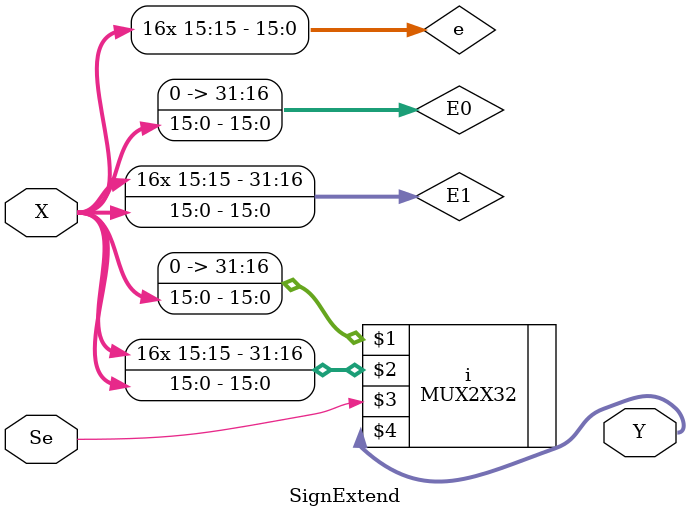
<source format=v>
`timescale 1ns / 1ps

module SignExtend (X, Se, Y);
    input [15:0] X;
    input Se;
    output [31:0] Y;
    wire [31:0] E0, E1;
    wire [15:0] e = {16{X[15]}};
    parameter z = 16'b0;
    assign E0 = {z, X};
    assign E1 = {e, X};
    MUX2X32 i(E0, E1, Se, Y);
endmodule

</source>
